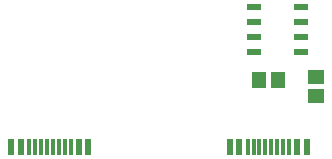
<source format=gtp>
G04*
G04 #@! TF.GenerationSoftware,Altium Limited,Altium Designer,20.0.10 (225)*
G04*
G04 Layer_Color=8421504*
%FSLAX44Y44*%
%MOMM*%
G71*
G01*
G75*
%ADD16R,1.4000X1.3000*%
%ADD17R,1.3000X1.4000*%
%ADD18R,1.3000X0.6000*%
%ADD19R,0.6000X1.4500*%
%ADD20R,0.3000X1.4500*%
D16*
X385500Y130000D02*
D03*
Y114000D02*
D03*
D17*
X353500Y127000D02*
D03*
X337500D02*
D03*
D18*
X373000Y150900D02*
D03*
Y189100D02*
D03*
Y176350D02*
D03*
Y163650D02*
D03*
X333000Y150900D02*
D03*
Y163650D02*
D03*
Y176350D02*
D03*
Y189100D02*
D03*
D19*
X378000Y70995D02*
D03*
X370000D02*
D03*
X321000D02*
D03*
X313000D02*
D03*
X193000D02*
D03*
X185000D02*
D03*
X136000D02*
D03*
X128000D02*
D03*
D20*
X363000D02*
D03*
X358000D02*
D03*
X353000D02*
D03*
X348000D02*
D03*
X328000D02*
D03*
X333000D02*
D03*
X338000D02*
D03*
X343000D02*
D03*
X178000D02*
D03*
X173000D02*
D03*
X168000D02*
D03*
X163000D02*
D03*
X143000D02*
D03*
X148000D02*
D03*
X153000D02*
D03*
X158000D02*
D03*
M02*

</source>
